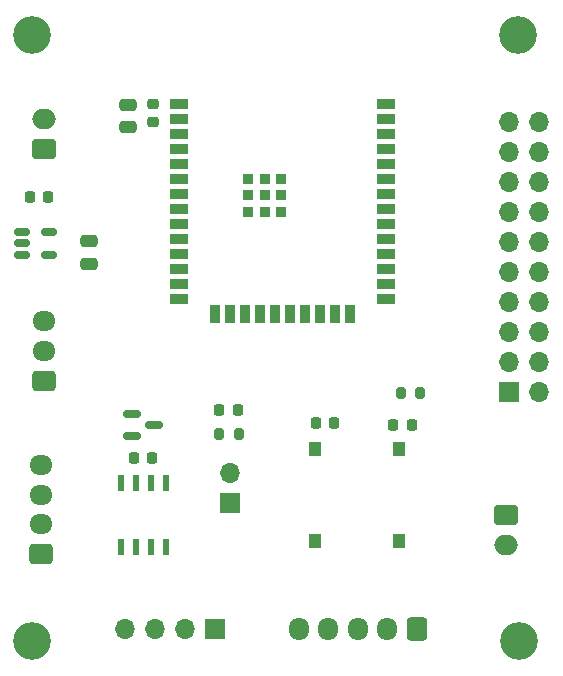
<source format=gts>
%TF.GenerationSoftware,KiCad,Pcbnew,7.0.9*%
%TF.CreationDate,2023-12-28T11:13:05-05:00*%
%TF.ProjectId,esp32_sensor_node,65737033-325f-4736-956e-736f725f6e6f,rev?*%
%TF.SameCoordinates,Original*%
%TF.FileFunction,Soldermask,Top*%
%TF.FilePolarity,Negative*%
%FSLAX46Y46*%
G04 Gerber Fmt 4.6, Leading zero omitted, Abs format (unit mm)*
G04 Created by KiCad (PCBNEW 7.0.9) date 2023-12-28 11:13:05*
%MOMM*%
%LPD*%
G01*
G04 APERTURE LIST*
G04 Aperture macros list*
%AMRoundRect*
0 Rectangle with rounded corners*
0 $1 Rounding radius*
0 $2 $3 $4 $5 $6 $7 $8 $9 X,Y pos of 4 corners*
0 Add a 4 corners polygon primitive as box body*
4,1,4,$2,$3,$4,$5,$6,$7,$8,$9,$2,$3,0*
0 Add four circle primitives for the rounded corners*
1,1,$1+$1,$2,$3*
1,1,$1+$1,$4,$5*
1,1,$1+$1,$6,$7*
1,1,$1+$1,$8,$9*
0 Add four rect primitives between the rounded corners*
20,1,$1+$1,$2,$3,$4,$5,0*
20,1,$1+$1,$4,$5,$6,$7,0*
20,1,$1+$1,$6,$7,$8,$9,0*
20,1,$1+$1,$8,$9,$2,$3,0*%
G04 Aperture macros list end*
%ADD10R,1.000000X1.250000*%
%ADD11RoundRect,0.225000X-0.225000X-0.250000X0.225000X-0.250000X0.225000X0.250000X-0.225000X0.250000X0*%
%ADD12RoundRect,0.250000X0.750000X-0.600000X0.750000X0.600000X-0.750000X0.600000X-0.750000X-0.600000X0*%
%ADD13O,2.000000X1.700000*%
%ADD14RoundRect,0.250000X0.725000X-0.600000X0.725000X0.600000X-0.725000X0.600000X-0.725000X-0.600000X0*%
%ADD15O,1.950000X1.700000*%
%ADD16C,3.200000*%
%ADD17RoundRect,0.200000X0.200000X0.275000X-0.200000X0.275000X-0.200000X-0.275000X0.200000X-0.275000X0*%
%ADD18RoundRect,0.250000X0.475000X-0.250000X0.475000X0.250000X-0.475000X0.250000X-0.475000X-0.250000X0*%
%ADD19RoundRect,0.225000X0.225000X0.250000X-0.225000X0.250000X-0.225000X-0.250000X0.225000X-0.250000X0*%
%ADD20R,1.700000X1.700000*%
%ADD21O,1.700000X1.700000*%
%ADD22RoundRect,0.150000X-0.512500X-0.150000X0.512500X-0.150000X0.512500X0.150000X-0.512500X0.150000X0*%
%ADD23RoundRect,0.250000X-0.750000X0.600000X-0.750000X-0.600000X0.750000X-0.600000X0.750000X0.600000X0*%
%ADD24RoundRect,0.150000X-0.587500X-0.150000X0.587500X-0.150000X0.587500X0.150000X-0.587500X0.150000X0*%
%ADD25RoundRect,0.225000X0.250000X-0.225000X0.250000X0.225000X-0.250000X0.225000X-0.250000X-0.225000X0*%
%ADD26RoundRect,0.250000X0.600000X0.725000X-0.600000X0.725000X-0.600000X-0.725000X0.600000X-0.725000X0*%
%ADD27O,1.700000X1.950000*%
%ADD28R,1.500000X0.900000*%
%ADD29R,0.900000X1.500000*%
%ADD30R,0.900000X0.900000*%
%ADD31R,0.533400X1.460500*%
%ADD32RoundRect,0.218750X-0.218750X-0.256250X0.218750X-0.256250X0.218750X0.256250X-0.218750X0.256250X0*%
%ADD33RoundRect,0.200000X-0.200000X-0.275000X0.200000X-0.275000X0.200000X0.275000X-0.200000X0.275000X0*%
G04 APERTURE END LIST*
D10*
%TO.C,SW2*%
X48360000Y-67186000D03*
X48360000Y-59436000D03*
%TD*%
D11*
%TO.C,C6*%
X48374000Y-57277000D03*
X49924000Y-57277000D03*
%TD*%
D12*
%TO.C,J_PWRIN1*%
X25400000Y-33996000D03*
D13*
X25400000Y-31496000D03*
%TD*%
D14*
%TO.C,JST_XH_AIR1*%
X25400000Y-53641000D03*
D15*
X25400000Y-51141000D03*
X25400000Y-48641000D03*
%TD*%
D11*
%TO.C,C7_MAXDECOUP1*%
X33007000Y-60198000D03*
X34557000Y-60198000D03*
%TD*%
D16*
%TO.C,H4*%
X65532000Y-24384000D03*
%TD*%
D14*
%TO.C,JST_XH_SOIL5V1*%
X25146000Y-68326000D03*
D15*
X25146000Y-65826000D03*
X25146000Y-63326000D03*
X25146000Y-60826000D03*
%TD*%
D17*
%TO.C,R2*%
X41882000Y-58166000D03*
X40232000Y-58166000D03*
%TD*%
D18*
%TO.C,C4*%
X32512000Y-30292000D03*
X32512000Y-32192000D03*
%TD*%
D19*
%TO.C,C5*%
X56514000Y-57404000D03*
X54964000Y-57404000D03*
%TD*%
D20*
%TO.C,J_PROG1*%
X39878000Y-74676000D03*
D21*
X37338000Y-74676000D03*
X34798000Y-74676000D03*
X32258000Y-74676000D03*
%TD*%
D22*
%TO.C,U1*%
X23531400Y-41076800D03*
X23531400Y-42026800D03*
X23531400Y-42976800D03*
X25806400Y-42976800D03*
X25806400Y-41076800D03*
%TD*%
D10*
%TO.C,SW1*%
X55472000Y-67186000D03*
X55472000Y-59436000D03*
%TD*%
D23*
%TO.C,J_ACT_OUT1*%
X64516000Y-65024000D03*
D13*
X64516000Y-67524000D03*
%TD*%
D20*
%TO.C,JP1*%
X41121000Y-64008000D03*
D21*
X41121000Y-61468000D03*
%TD*%
D11*
%TO.C,C1*%
X24204000Y-38100000D03*
X25754000Y-38100000D03*
%TD*%
D18*
%TO.C,C2*%
X29210000Y-43762000D03*
X29210000Y-41862000D03*
%TD*%
D20*
%TO.C,J1*%
X64770000Y-54610000D03*
D21*
X67310000Y-54610000D03*
X64770000Y-52070000D03*
X67310000Y-52070000D03*
X64770000Y-49530000D03*
X67310000Y-49530000D03*
X64770000Y-46990000D03*
X67310000Y-46990000D03*
X64770000Y-44450000D03*
X67310000Y-44450000D03*
X64770000Y-41910000D03*
X67310000Y-41910000D03*
X64770000Y-39370000D03*
X67310000Y-39370000D03*
X64770000Y-36830000D03*
X67310000Y-36830000D03*
X64770000Y-34290000D03*
X67310000Y-34290000D03*
X64770000Y-31750000D03*
X67310000Y-31750000D03*
%TD*%
D24*
%TO.C,Q1*%
X32844500Y-56454000D03*
X32844500Y-58354000D03*
X34719500Y-57404000D03*
%TD*%
D25*
%TO.C,C3*%
X34644000Y-30213000D03*
X34644000Y-31763000D03*
%TD*%
D16*
%TO.C,H3*%
X24384000Y-24384000D03*
%TD*%
%TO.C,H2*%
X65632000Y-75692000D03*
%TD*%
D26*
%TO.C,JST_XH_CC1*%
X56956000Y-74676000D03*
D27*
X54456000Y-74676000D03*
X51956000Y-74676000D03*
X49456000Y-74676000D03*
X46956000Y-74676000D03*
%TD*%
D28*
%TO.C,U2*%
X36816000Y-30226000D03*
X36816000Y-31496000D03*
X36816000Y-32766000D03*
X36816000Y-34036000D03*
X36816000Y-35306000D03*
X36816000Y-36576000D03*
X36816000Y-37846000D03*
X36816000Y-39116000D03*
X36816000Y-40386000D03*
X36816000Y-41656000D03*
X36816000Y-42926000D03*
X36816000Y-44196000D03*
X36816000Y-45466000D03*
X36816000Y-46736000D03*
D29*
X39846000Y-47986000D03*
X41116000Y-47986000D03*
X42386000Y-47986000D03*
X43656000Y-47986000D03*
X44926000Y-47986000D03*
X46196000Y-47986000D03*
X47466000Y-47986000D03*
X48736000Y-47986000D03*
X50006000Y-47986000D03*
X51276000Y-47986000D03*
D28*
X54316000Y-46736000D03*
X54316000Y-45466000D03*
X54316000Y-44196000D03*
X54316000Y-42926000D03*
X54316000Y-41656000D03*
X54316000Y-40386000D03*
X54316000Y-39116000D03*
X54316000Y-37846000D03*
X54316000Y-36576000D03*
X54316000Y-35306000D03*
X54316000Y-34036000D03*
X54316000Y-32766000D03*
X54316000Y-31496000D03*
X54316000Y-30226000D03*
D30*
X42666000Y-36546000D03*
X42666000Y-36546000D03*
X42666000Y-37946000D03*
X42666000Y-39346000D03*
X42666000Y-39346000D03*
X44066000Y-36546000D03*
X44066000Y-37946000D03*
X44066000Y-39346000D03*
X44066000Y-39346000D03*
X45466000Y-36546000D03*
X45466000Y-37946000D03*
X45466000Y-39346000D03*
%TD*%
D31*
%TO.C,U3*%
X31877000Y-67748150D03*
X33147000Y-67748150D03*
X34417000Y-67748150D03*
X35687000Y-67748150D03*
X35687000Y-62299850D03*
X34417000Y-62299850D03*
X33147000Y-62299850D03*
X31877000Y-62299850D03*
%TD*%
D16*
%TO.C,H1*%
X24384000Y-75692000D03*
%TD*%
D32*
%TO.C,D1*%
X40232000Y-56134000D03*
X41807000Y-56134000D03*
%TD*%
D33*
%TO.C,R1*%
X55563000Y-54711600D03*
X57213000Y-54711600D03*
%TD*%
M02*

</source>
